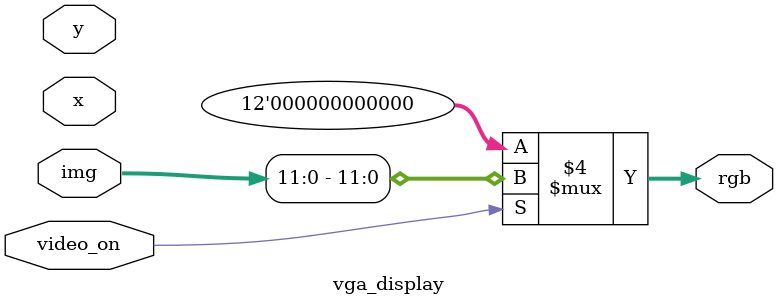
<source format=v>
`timescale 1ns / 1ps


module vga_display(
    input wire video_on,
    input wire [9:0] x,
    input wire [9:0] y, 
    input wire [31:0] img,
    output reg [11:0] rgb
    );
always@(*) begin
    if(!video_on)begin
        rgb=12'h000;
    end else begin
        rgb=img[11:0];      // Gray
    end
end

endmodule

</source>
